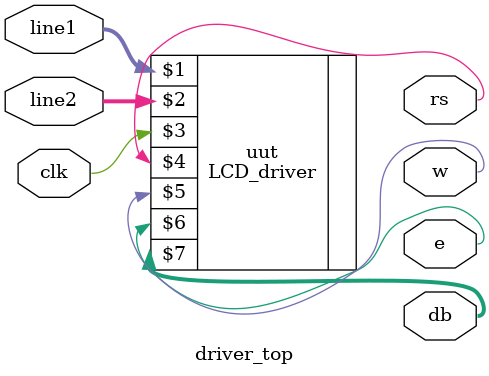
<source format=v>
`timescale 1ns / 1ps
module driver_top(line1, line2, clk, rs, w, e, db);
input clk;
input [127:0]line1;
input [127:0]line2;

output rs, w, e;
wire rs, w, e;
output [3:0] db;
wire [3:0] db;

LCD_driver uut(line1, line2, clk, rs, w, e, db);

endmodule
</source>
